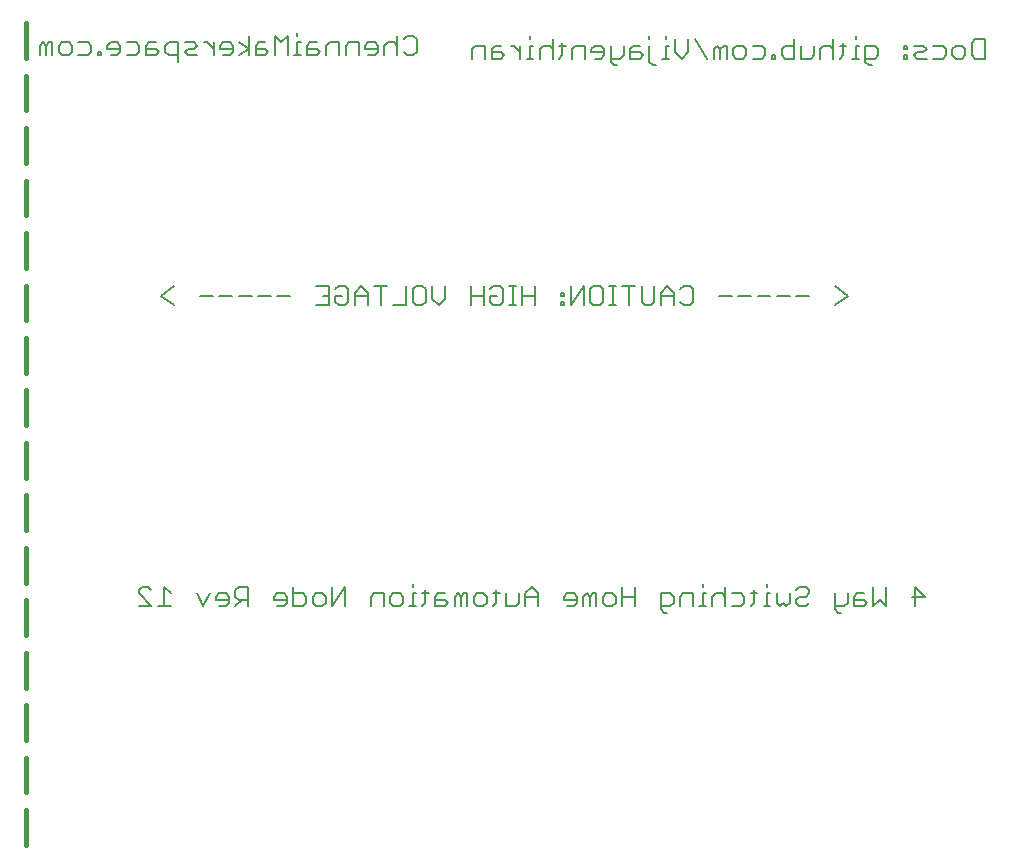
<source format=gbo>
G75*
%MOIN*%
%OFA0B0*%
%FSLAX25Y25*%
%IPPOS*%
%LPD*%
%AMOC8*
5,1,8,0,0,1.08239X$1,22.5*
%
%ADD10C,0.01600*%
%ADD11C,0.00600*%
D10*
X0159381Y0035772D02*
X0159381Y0047354D01*
X0159381Y0053260D02*
X0159381Y0064843D01*
X0159381Y0070748D02*
X0159381Y0082331D01*
X0159381Y0088236D02*
X0159381Y0099819D01*
X0159381Y0105724D02*
X0159381Y0117307D01*
X0159381Y0123213D02*
X0159381Y0134795D01*
X0159381Y0140701D02*
X0159381Y0152283D01*
X0159381Y0158189D02*
X0159381Y0169772D01*
X0159381Y0175677D02*
X0159381Y0187260D01*
X0159381Y0193165D02*
X0159381Y0204748D01*
X0159381Y0210653D02*
X0159381Y0222236D01*
X0159381Y0228141D02*
X0159381Y0239724D01*
X0159381Y0245630D02*
X0159381Y0257212D01*
X0159381Y0263118D02*
X0159381Y0274700D01*
X0159381Y0280606D02*
X0159381Y0292189D01*
X0159381Y0298094D02*
X0159381Y0309677D01*
D11*
X0164845Y0303295D02*
X0163778Y0302227D01*
X0163778Y0299025D01*
X0165913Y0299025D02*
X0165913Y0302227D01*
X0164845Y0303295D01*
X0165913Y0302227D02*
X0166980Y0303295D01*
X0168048Y0303295D01*
X0168048Y0299025D01*
X0170223Y0300092D02*
X0170223Y0302227D01*
X0171291Y0303295D01*
X0173426Y0303295D01*
X0174494Y0302227D01*
X0174494Y0300092D01*
X0173426Y0299025D01*
X0171291Y0299025D01*
X0170223Y0300092D01*
X0176669Y0299025D02*
X0179871Y0299025D01*
X0180939Y0300092D01*
X0180939Y0302227D01*
X0179871Y0303295D01*
X0176669Y0303295D01*
X0183094Y0300092D02*
X0183094Y0299025D01*
X0184162Y0299025D01*
X0184162Y0300092D01*
X0183094Y0300092D01*
X0186337Y0301160D02*
X0190607Y0301160D01*
X0190607Y0302227D02*
X0189540Y0303295D01*
X0187405Y0303295D01*
X0186337Y0302227D01*
X0186337Y0301160D01*
X0187405Y0299025D02*
X0189540Y0299025D01*
X0190607Y0300092D01*
X0190607Y0302227D01*
X0192782Y0303295D02*
X0195985Y0303295D01*
X0197053Y0302227D01*
X0197053Y0300092D01*
X0195985Y0299025D01*
X0192782Y0299025D01*
X0199228Y0299025D02*
X0199228Y0302227D01*
X0200296Y0303295D01*
X0202431Y0303295D01*
X0202431Y0301160D02*
X0199228Y0301160D01*
X0199228Y0299025D02*
X0202431Y0299025D01*
X0203498Y0300092D01*
X0202431Y0301160D01*
X0205673Y0302227D02*
X0206741Y0303295D01*
X0209944Y0303295D01*
X0209944Y0296890D01*
X0209944Y0299025D02*
X0206741Y0299025D01*
X0205673Y0300092D01*
X0205673Y0302227D01*
X0212119Y0303295D02*
X0215322Y0303295D01*
X0216389Y0302227D01*
X0215322Y0301160D01*
X0213187Y0301160D01*
X0212119Y0300092D01*
X0213187Y0299025D01*
X0216389Y0299025D01*
X0219625Y0303295D02*
X0221760Y0301160D01*
X0221760Y0299025D02*
X0221760Y0303295D01*
X0219625Y0303295D02*
X0218558Y0303295D01*
X0223936Y0302227D02*
X0223936Y0301160D01*
X0228206Y0301160D01*
X0228206Y0302227D02*
X0227138Y0303295D01*
X0225003Y0303295D01*
X0223936Y0302227D01*
X0225003Y0299025D02*
X0227138Y0299025D01*
X0228206Y0300092D01*
X0228206Y0302227D01*
X0230375Y0303295D02*
X0233577Y0301160D01*
X0230375Y0299025D01*
X0233577Y0299025D02*
X0233577Y0305430D01*
X0235752Y0302227D02*
X0235752Y0299025D01*
X0238955Y0299025D01*
X0240023Y0300092D01*
X0238955Y0301160D01*
X0235752Y0301160D01*
X0235752Y0302227D02*
X0236820Y0303295D01*
X0238955Y0303295D01*
X0242198Y0305430D02*
X0242198Y0299025D01*
X0246468Y0299025D02*
X0246468Y0305430D01*
X0244333Y0303295D01*
X0242198Y0305430D01*
X0249698Y0305430D02*
X0249698Y0306498D01*
X0249698Y0303295D02*
X0249698Y0299025D01*
X0250765Y0299025D02*
X0248630Y0299025D01*
X0252940Y0299025D02*
X0256143Y0299025D01*
X0257211Y0300092D01*
X0256143Y0301160D01*
X0252940Y0301160D01*
X0252940Y0302227D02*
X0252940Y0299025D01*
X0252940Y0302227D02*
X0254008Y0303295D01*
X0256143Y0303295D01*
X0259386Y0302227D02*
X0259386Y0299025D01*
X0259386Y0302227D02*
X0260453Y0303295D01*
X0263656Y0303295D01*
X0263656Y0299025D01*
X0265831Y0299025D02*
X0265831Y0302227D01*
X0266899Y0303295D01*
X0270102Y0303295D01*
X0270102Y0299025D01*
X0272277Y0301160D02*
X0276547Y0301160D01*
X0276547Y0302227D02*
X0275480Y0303295D01*
X0273344Y0303295D01*
X0272277Y0302227D01*
X0272277Y0301160D01*
X0273344Y0299025D02*
X0275480Y0299025D01*
X0276547Y0300092D01*
X0276547Y0302227D01*
X0278722Y0302227D02*
X0278722Y0299025D01*
X0278722Y0302227D02*
X0279790Y0303295D01*
X0281925Y0303295D01*
X0282993Y0302227D01*
X0285168Y0300092D02*
X0286235Y0299025D01*
X0288371Y0299025D01*
X0289438Y0300092D01*
X0289438Y0304363D01*
X0288371Y0305430D01*
X0286235Y0305430D01*
X0285168Y0304363D01*
X0282993Y0305430D02*
X0282993Y0299025D01*
X0307972Y0297888D02*
X0307972Y0301091D01*
X0309039Y0302158D01*
X0312242Y0302158D01*
X0312242Y0297888D01*
X0314417Y0297888D02*
X0317620Y0297888D01*
X0318688Y0298955D01*
X0317620Y0300023D01*
X0314417Y0300023D01*
X0314417Y0301091D02*
X0314417Y0297888D01*
X0314417Y0301091D02*
X0315485Y0302158D01*
X0317620Y0302158D01*
X0320856Y0302158D02*
X0321924Y0302158D01*
X0324059Y0300023D01*
X0324059Y0297888D02*
X0324059Y0302158D01*
X0327288Y0302158D02*
X0327288Y0297888D01*
X0326221Y0297888D02*
X0328356Y0297888D01*
X0330531Y0297888D02*
X0330531Y0301091D01*
X0331599Y0302158D01*
X0333734Y0302158D01*
X0334801Y0301091D01*
X0336963Y0302158D02*
X0339098Y0302158D01*
X0338031Y0303226D02*
X0338031Y0298955D01*
X0336963Y0297888D01*
X0334801Y0297888D02*
X0334801Y0304293D01*
X0328356Y0302158D02*
X0327288Y0302158D01*
X0327288Y0304293D02*
X0327288Y0305361D01*
X0341273Y0301091D02*
X0341273Y0297888D01*
X0341273Y0301091D02*
X0342341Y0302158D01*
X0345544Y0302158D01*
X0345544Y0297888D01*
X0347719Y0300023D02*
X0351989Y0300023D01*
X0351989Y0298955D02*
X0351989Y0301091D01*
X0350922Y0302158D01*
X0348787Y0302158D01*
X0347719Y0301091D01*
X0347719Y0300023D01*
X0348787Y0297888D02*
X0350922Y0297888D01*
X0351989Y0298955D01*
X0354164Y0297888D02*
X0357367Y0297888D01*
X0358435Y0298955D01*
X0358435Y0302158D01*
X0360610Y0301091D02*
X0360610Y0297888D01*
X0363813Y0297888D01*
X0364880Y0298955D01*
X0363813Y0300023D01*
X0360610Y0300023D01*
X0360610Y0301091D02*
X0361678Y0302158D01*
X0363813Y0302158D01*
X0367042Y0302158D02*
X0367042Y0296820D01*
X0368110Y0295753D01*
X0369177Y0295753D01*
X0371339Y0297888D02*
X0373474Y0297888D01*
X0372407Y0297888D02*
X0372407Y0302158D01*
X0373474Y0302158D01*
X0372407Y0304293D02*
X0372407Y0305361D01*
X0375649Y0304293D02*
X0375649Y0300023D01*
X0377785Y0297888D01*
X0379920Y0300023D01*
X0379920Y0304293D01*
X0382095Y0304293D02*
X0386365Y0297888D01*
X0388540Y0297888D02*
X0388540Y0301091D01*
X0389608Y0302158D01*
X0390676Y0301091D01*
X0390676Y0297888D01*
X0392811Y0297888D02*
X0392811Y0302158D01*
X0391743Y0302158D01*
X0390676Y0301091D01*
X0394986Y0301091D02*
X0394986Y0298955D01*
X0396054Y0297888D01*
X0398189Y0297888D01*
X0399256Y0298955D01*
X0399256Y0301091D01*
X0398189Y0302158D01*
X0396054Y0302158D01*
X0394986Y0301091D01*
X0401431Y0302158D02*
X0404634Y0302158D01*
X0405702Y0301091D01*
X0405702Y0298955D01*
X0404634Y0297888D01*
X0401431Y0297888D01*
X0407857Y0297888D02*
X0408925Y0297888D01*
X0408925Y0298955D01*
X0407857Y0298955D01*
X0407857Y0297888D01*
X0411100Y0298955D02*
X0411100Y0301091D01*
X0412167Y0302158D01*
X0415370Y0302158D01*
X0415370Y0304293D02*
X0415370Y0297888D01*
X0412167Y0297888D01*
X0411100Y0298955D01*
X0417545Y0297888D02*
X0417545Y0302158D01*
X0417545Y0297888D02*
X0420748Y0297888D01*
X0421816Y0298955D01*
X0421816Y0302158D01*
X0423991Y0301091D02*
X0423991Y0297888D01*
X0423991Y0301091D02*
X0425058Y0302158D01*
X0427193Y0302158D01*
X0428261Y0301091D01*
X0430423Y0302158D02*
X0432558Y0302158D01*
X0431490Y0303226D02*
X0431490Y0298955D01*
X0430423Y0297888D01*
X0428261Y0297888D02*
X0428261Y0304293D01*
X0435787Y0304293D02*
X0435787Y0305361D01*
X0435787Y0302158D02*
X0435787Y0297888D01*
X0434720Y0297888D02*
X0436855Y0297888D01*
X0439030Y0297888D02*
X0442233Y0297888D01*
X0443300Y0298955D01*
X0443300Y0301091D01*
X0442233Y0302158D01*
X0439030Y0302158D01*
X0439030Y0296820D01*
X0440098Y0295753D01*
X0441165Y0295753D01*
X0436855Y0302158D02*
X0435787Y0302158D01*
X0451901Y0302158D02*
X0451901Y0301091D01*
X0452969Y0301091D01*
X0452969Y0302158D01*
X0451901Y0302158D01*
X0451901Y0298955D02*
X0451901Y0297888D01*
X0452969Y0297888D01*
X0452969Y0298955D01*
X0451901Y0298955D01*
X0455144Y0298955D02*
X0456212Y0300023D01*
X0458347Y0300023D01*
X0459414Y0301091D01*
X0458347Y0302158D01*
X0455144Y0302158D01*
X0455144Y0298955D02*
X0456212Y0297888D01*
X0459414Y0297888D01*
X0461589Y0297888D02*
X0464792Y0297888D01*
X0465860Y0298955D01*
X0465860Y0301091D01*
X0464792Y0302158D01*
X0461589Y0302158D01*
X0468035Y0301091D02*
X0468035Y0298955D01*
X0469102Y0297888D01*
X0471238Y0297888D01*
X0472305Y0298955D01*
X0472305Y0301091D01*
X0471238Y0302158D01*
X0469102Y0302158D01*
X0468035Y0301091D01*
X0474480Y0298955D02*
X0474480Y0303226D01*
X0475548Y0304293D01*
X0478751Y0304293D01*
X0478751Y0297888D01*
X0475548Y0297888D01*
X0474480Y0298955D01*
X0367042Y0304293D02*
X0367042Y0305361D01*
X0356300Y0295753D02*
X0355232Y0295753D01*
X0354164Y0296820D01*
X0354164Y0302158D01*
X0250765Y0303295D02*
X0249698Y0303295D01*
X0255949Y0222032D02*
X0260220Y0222032D01*
X0260220Y0215626D01*
X0255949Y0215626D01*
X0258085Y0218829D02*
X0260220Y0218829D01*
X0262395Y0218829D02*
X0264530Y0218829D01*
X0262395Y0218829D02*
X0262395Y0216694D01*
X0263462Y0215626D01*
X0265598Y0215626D01*
X0266665Y0216694D01*
X0266665Y0220964D01*
X0265598Y0222032D01*
X0263462Y0222032D01*
X0262395Y0220964D01*
X0268840Y0219897D02*
X0268840Y0215626D01*
X0268840Y0218829D02*
X0273111Y0218829D01*
X0273111Y0219897D02*
X0273111Y0215626D01*
X0277421Y0215626D02*
X0277421Y0222032D01*
X0279556Y0222032D02*
X0275286Y0222032D01*
X0273111Y0219897D02*
X0270976Y0222032D01*
X0268840Y0219897D01*
X0281731Y0215626D02*
X0286002Y0215626D01*
X0286002Y0222032D01*
X0288177Y0220964D02*
X0288177Y0216694D01*
X0289244Y0215626D01*
X0291380Y0215626D01*
X0292447Y0216694D01*
X0292447Y0220964D01*
X0291380Y0222032D01*
X0289244Y0222032D01*
X0288177Y0220964D01*
X0294622Y0222032D02*
X0294622Y0217762D01*
X0296758Y0215626D01*
X0298893Y0217762D01*
X0298893Y0222032D01*
X0307513Y0222032D02*
X0307513Y0215626D01*
X0307513Y0218829D02*
X0311784Y0218829D01*
X0313959Y0218829D02*
X0316094Y0218829D01*
X0313959Y0218829D02*
X0313959Y0216694D01*
X0315026Y0215626D01*
X0317162Y0215626D01*
X0318229Y0216694D01*
X0318229Y0220964D01*
X0317162Y0222032D01*
X0315026Y0222032D01*
X0313959Y0220964D01*
X0311784Y0222032D02*
X0311784Y0215626D01*
X0320391Y0215626D02*
X0322526Y0215626D01*
X0321459Y0215626D02*
X0321459Y0222032D01*
X0322526Y0222032D02*
X0320391Y0222032D01*
X0324701Y0222032D02*
X0324701Y0215626D01*
X0324701Y0218829D02*
X0328972Y0218829D01*
X0328972Y0215626D02*
X0328972Y0222032D01*
X0337572Y0219897D02*
X0337572Y0218829D01*
X0338640Y0218829D01*
X0338640Y0219897D01*
X0337572Y0219897D01*
X0337572Y0216694D02*
X0337572Y0215626D01*
X0338640Y0215626D01*
X0338640Y0216694D01*
X0337572Y0216694D01*
X0340815Y0215626D02*
X0340815Y0222032D01*
X0345085Y0222032D02*
X0340815Y0215626D01*
X0345085Y0215626D02*
X0345085Y0222032D01*
X0347261Y0220964D02*
X0348328Y0222032D01*
X0350463Y0222032D01*
X0351531Y0220964D01*
X0351531Y0216694D01*
X0350463Y0215626D01*
X0348328Y0215626D01*
X0347261Y0216694D01*
X0347261Y0220964D01*
X0353693Y0222032D02*
X0355828Y0222032D01*
X0354760Y0222032D02*
X0354760Y0215626D01*
X0353693Y0215626D02*
X0355828Y0215626D01*
X0360138Y0215626D02*
X0360138Y0222032D01*
X0362273Y0222032D02*
X0358003Y0222032D01*
X0364449Y0222032D02*
X0364449Y0216694D01*
X0365516Y0215626D01*
X0367651Y0215626D01*
X0368719Y0216694D01*
X0368719Y0222032D01*
X0370894Y0219897D02*
X0370894Y0215626D01*
X0370894Y0218829D02*
X0375164Y0218829D01*
X0375164Y0219897D02*
X0375164Y0215626D01*
X0377340Y0216694D02*
X0378407Y0215626D01*
X0380542Y0215626D01*
X0381610Y0216694D01*
X0381610Y0220964D01*
X0380542Y0222032D01*
X0378407Y0222032D01*
X0377340Y0220964D01*
X0375164Y0219897D02*
X0373029Y0222032D01*
X0370894Y0219897D01*
X0390231Y0218829D02*
X0394501Y0218829D01*
X0396676Y0218829D02*
X0400946Y0218829D01*
X0403122Y0218829D02*
X0407392Y0218829D01*
X0409567Y0218829D02*
X0413837Y0218829D01*
X0416013Y0218829D02*
X0420283Y0218829D01*
X0428904Y0215626D02*
X0433174Y0218829D01*
X0428904Y0222032D01*
X0406253Y0122847D02*
X0406253Y0121780D01*
X0406253Y0119645D02*
X0406253Y0115374D01*
X0407320Y0115374D02*
X0405185Y0115374D01*
X0401956Y0116442D02*
X0400888Y0115374D01*
X0401956Y0116442D02*
X0401956Y0120712D01*
X0403023Y0119645D02*
X0400888Y0119645D01*
X0398726Y0118577D02*
X0398726Y0116442D01*
X0397659Y0115374D01*
X0394456Y0115374D01*
X0392281Y0115374D02*
X0392281Y0121780D01*
X0391213Y0119645D02*
X0389078Y0119645D01*
X0388010Y0118577D01*
X0388010Y0115374D01*
X0385835Y0115374D02*
X0383700Y0115374D01*
X0384768Y0115374D02*
X0384768Y0119645D01*
X0385835Y0119645D01*
X0384768Y0121780D02*
X0384768Y0122847D01*
X0381538Y0119645D02*
X0378335Y0119645D01*
X0377268Y0118577D01*
X0377268Y0115374D01*
X0375093Y0116442D02*
X0374025Y0115374D01*
X0370822Y0115374D01*
X0370822Y0114307D02*
X0370822Y0119645D01*
X0374025Y0119645D01*
X0375093Y0118577D01*
X0375093Y0116442D01*
X0372957Y0113239D02*
X0371890Y0113239D01*
X0370822Y0114307D01*
X0362202Y0115374D02*
X0362202Y0121780D01*
X0362202Y0118577D02*
X0357931Y0118577D01*
X0355756Y0118577D02*
X0355756Y0116442D01*
X0354689Y0115374D01*
X0352553Y0115374D01*
X0351486Y0116442D01*
X0351486Y0118577D01*
X0352553Y0119645D01*
X0354689Y0119645D01*
X0355756Y0118577D01*
X0357931Y0121780D02*
X0357931Y0115374D01*
X0349311Y0115374D02*
X0349311Y0119645D01*
X0348243Y0119645D01*
X0347176Y0118577D01*
X0346108Y0119645D01*
X0345040Y0118577D01*
X0345040Y0115374D01*
X0347176Y0115374D02*
X0347176Y0118577D01*
X0342865Y0118577D02*
X0341798Y0119645D01*
X0339662Y0119645D01*
X0338595Y0118577D01*
X0338595Y0117509D01*
X0342865Y0117509D01*
X0342865Y0116442D02*
X0342865Y0118577D01*
X0342865Y0116442D02*
X0341798Y0115374D01*
X0339662Y0115374D01*
X0329974Y0115374D02*
X0329974Y0119645D01*
X0327839Y0121780D01*
X0325704Y0119645D01*
X0325704Y0115374D01*
X0323529Y0116442D02*
X0322461Y0115374D01*
X0319258Y0115374D01*
X0319258Y0119645D01*
X0317083Y0119645D02*
X0314948Y0119645D01*
X0316016Y0120712D02*
X0316016Y0116442D01*
X0314948Y0115374D01*
X0312786Y0116442D02*
X0311719Y0115374D01*
X0309583Y0115374D01*
X0308516Y0116442D01*
X0308516Y0118577D01*
X0309583Y0119645D01*
X0311719Y0119645D01*
X0312786Y0118577D01*
X0312786Y0116442D01*
X0306341Y0115374D02*
X0306341Y0119645D01*
X0305273Y0119645D01*
X0304206Y0118577D01*
X0303138Y0119645D01*
X0302070Y0118577D01*
X0302070Y0115374D01*
X0304206Y0115374D02*
X0304206Y0118577D01*
X0299895Y0116442D02*
X0298828Y0117509D01*
X0295625Y0117509D01*
X0295625Y0118577D02*
X0295625Y0115374D01*
X0298828Y0115374D01*
X0299895Y0116442D01*
X0298828Y0119645D02*
X0296692Y0119645D01*
X0295625Y0118577D01*
X0293450Y0119645D02*
X0291315Y0119645D01*
X0292382Y0120712D02*
X0292382Y0116442D01*
X0291315Y0115374D01*
X0289153Y0115374D02*
X0287018Y0115374D01*
X0288085Y0115374D02*
X0288085Y0119645D01*
X0289153Y0119645D01*
X0288085Y0121780D02*
X0288085Y0122847D01*
X0284856Y0118577D02*
X0283788Y0119645D01*
X0281653Y0119645D01*
X0280585Y0118577D01*
X0280585Y0116442D01*
X0281653Y0115374D01*
X0283788Y0115374D01*
X0284856Y0116442D01*
X0284856Y0118577D01*
X0278410Y0119645D02*
X0275207Y0119645D01*
X0274140Y0118577D01*
X0274140Y0115374D01*
X0278410Y0115374D02*
X0278410Y0119645D01*
X0265519Y0121780D02*
X0265519Y0115374D01*
X0261249Y0115374D02*
X0261249Y0121780D01*
X0259074Y0118577D02*
X0259074Y0116442D01*
X0258006Y0115374D01*
X0255871Y0115374D01*
X0254803Y0116442D01*
X0254803Y0118577D01*
X0255871Y0119645D01*
X0258006Y0119645D01*
X0259074Y0118577D01*
X0261249Y0115374D02*
X0265519Y0121780D01*
X0252628Y0118577D02*
X0251561Y0119645D01*
X0248358Y0119645D01*
X0248358Y0121780D02*
X0248358Y0115374D01*
X0251561Y0115374D01*
X0252628Y0116442D01*
X0252628Y0118577D01*
X0246183Y0118577D02*
X0245115Y0119645D01*
X0242980Y0119645D01*
X0241912Y0118577D01*
X0241912Y0117509D01*
X0246183Y0117509D01*
X0246183Y0116442D02*
X0246183Y0118577D01*
X0246183Y0116442D02*
X0245115Y0115374D01*
X0242980Y0115374D01*
X0233292Y0115374D02*
X0233292Y0121780D01*
X0230089Y0121780D01*
X0229021Y0120712D01*
X0229021Y0118577D01*
X0230089Y0117509D01*
X0233292Y0117509D01*
X0231157Y0117509D02*
X0229021Y0115374D01*
X0226846Y0116442D02*
X0226846Y0118577D01*
X0225779Y0119645D01*
X0223643Y0119645D01*
X0222576Y0118577D01*
X0222576Y0117509D01*
X0226846Y0117509D01*
X0226846Y0116442D02*
X0225779Y0115374D01*
X0223643Y0115374D01*
X0220401Y0119645D02*
X0218266Y0115374D01*
X0216130Y0119645D01*
X0207510Y0119645D02*
X0205375Y0121780D01*
X0205375Y0115374D01*
X0207510Y0115374D02*
X0203239Y0115374D01*
X0201064Y0115374D02*
X0196794Y0119645D01*
X0196794Y0120712D01*
X0197861Y0121780D01*
X0199997Y0121780D01*
X0201064Y0120712D01*
X0201064Y0115374D02*
X0196794Y0115374D01*
X0323529Y0116442D02*
X0323529Y0119645D01*
X0325704Y0118577D02*
X0329974Y0118577D01*
X0381538Y0119645D02*
X0381538Y0115374D01*
X0391213Y0119645D02*
X0392281Y0118577D01*
X0394456Y0119645D02*
X0397659Y0119645D01*
X0398726Y0118577D01*
X0406253Y0119645D02*
X0407320Y0119645D01*
X0409495Y0119645D02*
X0409495Y0116442D01*
X0410563Y0115374D01*
X0411630Y0116442D01*
X0412698Y0115374D01*
X0413766Y0116442D01*
X0413766Y0119645D01*
X0415941Y0120712D02*
X0417008Y0121780D01*
X0419144Y0121780D01*
X0420211Y0120712D01*
X0420211Y0119645D01*
X0419144Y0118577D01*
X0417008Y0118577D01*
X0415941Y0117509D01*
X0415941Y0116442D01*
X0417008Y0115374D01*
X0419144Y0115374D01*
X0420211Y0116442D01*
X0428832Y0115374D02*
X0432035Y0115374D01*
X0433102Y0116442D01*
X0433102Y0119645D01*
X0435277Y0118577D02*
X0435277Y0115374D01*
X0438480Y0115374D01*
X0439548Y0116442D01*
X0438480Y0117509D01*
X0435277Y0117509D01*
X0435277Y0118577D02*
X0436345Y0119645D01*
X0438480Y0119645D01*
X0441723Y0121780D02*
X0441723Y0115374D01*
X0443858Y0117509D01*
X0445993Y0115374D01*
X0445993Y0121780D01*
X0454614Y0118577D02*
X0458884Y0118577D01*
X0455681Y0121780D01*
X0455681Y0115374D01*
X0430967Y0113239D02*
X0429899Y0113239D01*
X0428832Y0114307D01*
X0428832Y0119645D01*
X0247329Y0218829D02*
X0243058Y0218829D01*
X0240883Y0218829D02*
X0236613Y0218829D01*
X0234438Y0218829D02*
X0230167Y0218829D01*
X0227992Y0218829D02*
X0223722Y0218829D01*
X0221547Y0218829D02*
X0217276Y0218829D01*
X0208656Y0215626D02*
X0204385Y0218829D01*
X0208656Y0222032D01*
M02*

</source>
